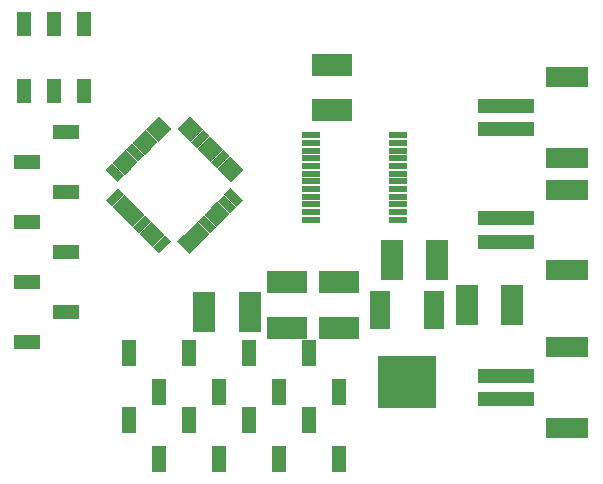
<source format=gts>
G75*
%MOIN*%
%OFA0B0*%
%FSLAX25Y25*%
%IPPOS*%
%LPD*%
%AMOC8*
5,1,8,0,0,1.08239X$1,22.5*
%
%ADD10R,0.18910X0.04737*%
%ADD11R,0.14186X0.07099*%
%ADD12R,0.06300X0.02170*%
%ADD13R,0.05800X0.03000*%
%ADD14R,0.03000X0.05800*%
%ADD15R,0.08674X0.04737*%
%ADD16R,0.04737X0.08674*%
%ADD17R,0.07296X0.13398*%
%ADD18R,0.04816X0.08280*%
%ADD19R,0.07099X0.12611*%
%ADD20R,0.19800X0.17300*%
%ADD21R,0.13398X0.07296*%
D10*
X0172233Y0036230D03*
X0172233Y0044104D03*
X0172233Y0088730D03*
X0172233Y0096604D03*
X0172233Y0126230D03*
X0172233Y0134104D03*
D11*
X0192706Y0143552D03*
X0192706Y0116781D03*
X0192706Y0106052D03*
X0192706Y0079281D03*
X0192706Y0053552D03*
X0192706Y0026781D03*
D12*
X0136194Y0096092D03*
X0136194Y0098651D03*
X0136194Y0101210D03*
X0136194Y0103769D03*
X0136194Y0106328D03*
X0136194Y0108887D03*
X0136194Y0111446D03*
X0136194Y0114005D03*
X0136194Y0116564D03*
X0136194Y0119123D03*
X0136194Y0121682D03*
X0136194Y0124241D03*
X0107406Y0124241D03*
X0107406Y0121682D03*
X0107406Y0119123D03*
X0107406Y0116564D03*
X0107406Y0114005D03*
X0107406Y0111446D03*
X0107406Y0108887D03*
X0107406Y0106328D03*
X0107406Y0103769D03*
X0107406Y0101210D03*
X0107406Y0098651D03*
X0107406Y0096092D03*
D13*
G36*
X0080556Y0106622D02*
X0084656Y0102522D01*
X0082534Y0100400D01*
X0078434Y0104500D01*
X0080556Y0106622D01*
G37*
G36*
X0078329Y0104395D02*
X0082429Y0100295D01*
X0080307Y0098173D01*
X0076207Y0102273D01*
X0078329Y0104395D01*
G37*
G36*
X0076102Y0102168D02*
X0080202Y0098068D01*
X0078080Y0095946D01*
X0073980Y0100046D01*
X0076102Y0102168D01*
G37*
G36*
X0073875Y0099941D02*
X0077975Y0095841D01*
X0075853Y0093719D01*
X0071753Y0097819D01*
X0073875Y0099941D01*
G37*
G36*
X0071648Y0097714D02*
X0075748Y0093614D01*
X0073626Y0091492D01*
X0069526Y0095592D01*
X0071648Y0097714D01*
G37*
G36*
X0069420Y0095487D02*
X0073520Y0091387D01*
X0071398Y0089265D01*
X0067298Y0093365D01*
X0069420Y0095487D01*
G37*
G36*
X0067193Y0093260D02*
X0071293Y0089160D01*
X0069171Y0087038D01*
X0065071Y0091138D01*
X0067193Y0093260D01*
G37*
G36*
X0064966Y0091033D02*
X0069066Y0086933D01*
X0066944Y0084811D01*
X0062844Y0088911D01*
X0064966Y0091033D01*
G37*
G36*
X0041066Y0114933D02*
X0045166Y0110833D01*
X0043044Y0108711D01*
X0038944Y0112811D01*
X0041066Y0114933D01*
G37*
G36*
X0043293Y0117160D02*
X0047393Y0113060D01*
X0045271Y0110938D01*
X0041171Y0115038D01*
X0043293Y0117160D01*
G37*
G36*
X0045520Y0119387D02*
X0049620Y0115287D01*
X0047498Y0113165D01*
X0043398Y0117265D01*
X0045520Y0119387D01*
G37*
G36*
X0047747Y0121614D02*
X0051847Y0117514D01*
X0049725Y0115392D01*
X0045625Y0119492D01*
X0047747Y0121614D01*
G37*
G36*
X0049974Y0123841D02*
X0054074Y0119741D01*
X0051952Y0117619D01*
X0047852Y0121719D01*
X0049974Y0123841D01*
G37*
G36*
X0052202Y0126068D02*
X0056302Y0121968D01*
X0054180Y0119846D01*
X0050080Y0123946D01*
X0052202Y0126068D01*
G37*
G36*
X0054429Y0128296D02*
X0058529Y0124196D01*
X0056407Y0122074D01*
X0052307Y0126174D01*
X0054429Y0128296D01*
G37*
G36*
X0056656Y0130523D02*
X0060756Y0126423D01*
X0058634Y0124301D01*
X0054534Y0128401D01*
X0056656Y0130523D01*
G37*
D14*
G36*
X0066944Y0130523D02*
X0069066Y0128401D01*
X0064966Y0124301D01*
X0062844Y0126423D01*
X0066944Y0130523D01*
G37*
G36*
X0069171Y0128296D02*
X0071293Y0126174D01*
X0067193Y0122074D01*
X0065071Y0124196D01*
X0069171Y0128296D01*
G37*
G36*
X0071398Y0126068D02*
X0073520Y0123946D01*
X0069420Y0119846D01*
X0067298Y0121968D01*
X0071398Y0126068D01*
G37*
G36*
X0073626Y0123841D02*
X0075748Y0121719D01*
X0071648Y0117619D01*
X0069526Y0119741D01*
X0073626Y0123841D01*
G37*
G36*
X0075853Y0121614D02*
X0077975Y0119492D01*
X0073875Y0115392D01*
X0071753Y0117514D01*
X0075853Y0121614D01*
G37*
G36*
X0078080Y0119387D02*
X0080202Y0117265D01*
X0076102Y0113165D01*
X0073980Y0115287D01*
X0078080Y0119387D01*
G37*
G36*
X0080307Y0117160D02*
X0082429Y0115038D01*
X0078329Y0110938D01*
X0076207Y0113060D01*
X0080307Y0117160D01*
G37*
G36*
X0082534Y0114933D02*
X0084656Y0112811D01*
X0080556Y0108711D01*
X0078434Y0110833D01*
X0082534Y0114933D01*
G37*
G36*
X0056407Y0093260D02*
X0058529Y0091138D01*
X0054429Y0087038D01*
X0052307Y0089160D01*
X0056407Y0093260D01*
G37*
G36*
X0054180Y0095487D02*
X0056302Y0093365D01*
X0052202Y0089265D01*
X0050080Y0091387D01*
X0054180Y0095487D01*
G37*
G36*
X0051952Y0097714D02*
X0054074Y0095592D01*
X0049974Y0091492D01*
X0047852Y0093614D01*
X0051952Y0097714D01*
G37*
G36*
X0049725Y0099941D02*
X0051847Y0097819D01*
X0047747Y0093719D01*
X0045625Y0095841D01*
X0049725Y0099941D01*
G37*
G36*
X0047498Y0102168D02*
X0049620Y0100046D01*
X0045520Y0095946D01*
X0043398Y0098068D01*
X0047498Y0102168D01*
G37*
G36*
X0045271Y0104395D02*
X0047393Y0102273D01*
X0043293Y0098173D01*
X0041171Y0100295D01*
X0045271Y0104395D01*
G37*
G36*
X0043044Y0106622D02*
X0045166Y0104500D01*
X0041066Y0100400D01*
X0038944Y0102522D01*
X0043044Y0106622D01*
G37*
G36*
X0058634Y0091033D02*
X0060756Y0088911D01*
X0056656Y0084811D01*
X0054534Y0086933D01*
X0058634Y0091033D01*
G37*
D15*
X0025796Y0085167D03*
X0012804Y0095167D03*
X0025796Y0105167D03*
X0012804Y0115167D03*
X0025796Y0125167D03*
X0012804Y0075167D03*
X0025796Y0065167D03*
X0012804Y0055167D03*
D16*
X0046800Y0029163D03*
X0056800Y0038671D03*
X0066800Y0029163D03*
X0076800Y0038671D03*
X0086800Y0029163D03*
X0096800Y0038671D03*
X0106800Y0029163D03*
X0116800Y0038671D03*
X0106800Y0051663D03*
X0086800Y0051663D03*
X0066800Y0051663D03*
X0046800Y0051663D03*
X0056800Y0016171D03*
X0076800Y0016171D03*
X0096800Y0016171D03*
X0116800Y0016171D03*
D17*
X0086887Y0065167D03*
X0071713Y0065167D03*
X0134213Y0082667D03*
X0149387Y0082667D03*
X0159213Y0067667D03*
X0174387Y0067667D03*
D18*
X0031800Y0138946D03*
X0021800Y0138946D03*
X0011800Y0138946D03*
X0011800Y0161387D03*
X0021800Y0161387D03*
X0031800Y0161387D03*
D19*
X0130324Y0066072D03*
X0148276Y0066072D03*
D20*
X0139300Y0041915D03*
D21*
X0116800Y0060080D03*
X0099300Y0060080D03*
X0099300Y0075253D03*
X0116800Y0075253D03*
X0114300Y0132580D03*
X0114300Y0147753D03*
M02*

</source>
